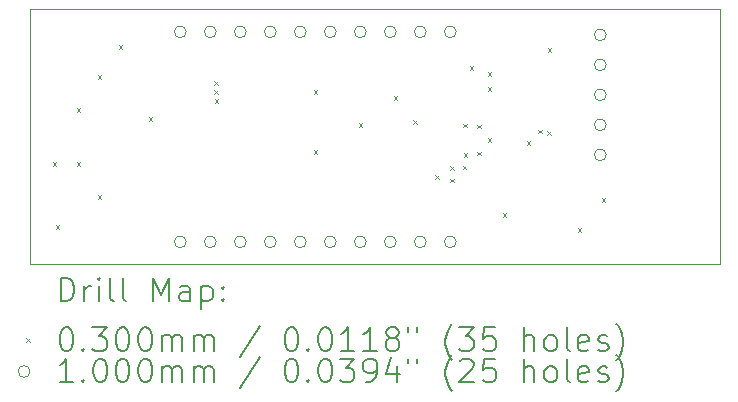
<source format=gbr>
%TF.GenerationSoftware,KiCad,Pcbnew,8.0.3*%
%TF.CreationDate,2024-06-24T13:26:42+02:00*%
%TF.ProjectId,LimbusZero,4c696d62-7573-45a6-9572-6f2e6b696361,v.0.1*%
%TF.SameCoordinates,Original*%
%TF.FileFunction,Drillmap*%
%TF.FilePolarity,Positive*%
%FSLAX45Y45*%
G04 Gerber Fmt 4.5, Leading zero omitted, Abs format (unit mm)*
G04 Created by KiCad (PCBNEW 8.0.3) date 2024-06-24 13:26:42*
%MOMM*%
%LPD*%
G01*
G04 APERTURE LIST*
%ADD10C,0.050000*%
%ADD11C,0.200000*%
%ADD12C,0.100000*%
G04 APERTURE END LIST*
D10*
X8128000Y-6413500D02*
X13970000Y-6413500D01*
X13970000Y-8572500D01*
X8128000Y-8572500D01*
X8128000Y-6413500D01*
D11*
D12*
X8316200Y-7706600D02*
X8346200Y-7736600D01*
X8346200Y-7706600D02*
X8316200Y-7736600D01*
X8341600Y-8240000D02*
X8371600Y-8270000D01*
X8371600Y-8240000D02*
X8341600Y-8270000D01*
X8519400Y-7249400D02*
X8549400Y-7279400D01*
X8549400Y-7249400D02*
X8519400Y-7279400D01*
X8519400Y-7706600D02*
X8549400Y-7736600D01*
X8549400Y-7706600D02*
X8519400Y-7736600D01*
X8697200Y-6970000D02*
X8727200Y-7000000D01*
X8727200Y-6970000D02*
X8697200Y-7000000D01*
X8697200Y-7986000D02*
X8727200Y-8016000D01*
X8727200Y-7986000D02*
X8697200Y-8016000D01*
X8875000Y-6716000D02*
X8905000Y-6746000D01*
X8905000Y-6716000D02*
X8875000Y-6746000D01*
X9129000Y-7325600D02*
X9159000Y-7355600D01*
X9159000Y-7325600D02*
X9129000Y-7355600D01*
X9686400Y-7020800D02*
X9716400Y-7050800D01*
X9716400Y-7020800D02*
X9686400Y-7050800D01*
X9686400Y-7097000D02*
X9716400Y-7127000D01*
X9716400Y-7097000D02*
X9686400Y-7127000D01*
X9687800Y-7173200D02*
X9717800Y-7203200D01*
X9717800Y-7173200D02*
X9687800Y-7203200D01*
X10526000Y-7097000D02*
X10556000Y-7127000D01*
X10556000Y-7097000D02*
X10526000Y-7127000D01*
X10526000Y-7605000D02*
X10556000Y-7635000D01*
X10556000Y-7605000D02*
X10526000Y-7635000D01*
X10907000Y-7376400D02*
X10937000Y-7406400D01*
X10937000Y-7376400D02*
X10907000Y-7406400D01*
X11206031Y-7147800D02*
X11236031Y-7177800D01*
X11236031Y-7147800D02*
X11206031Y-7177800D01*
X11372573Y-7351000D02*
X11402573Y-7381000D01*
X11402573Y-7351000D02*
X11372573Y-7381000D01*
X11557305Y-7818295D02*
X11587305Y-7848295D01*
X11587305Y-7818295D02*
X11557305Y-7848295D01*
X11681700Y-7846300D02*
X11711700Y-7876300D01*
X11711700Y-7846300D02*
X11681700Y-7876300D01*
X11685780Y-7740620D02*
X11715780Y-7770620D01*
X11715780Y-7740620D02*
X11685780Y-7770620D01*
X11790231Y-7737769D02*
X11820231Y-7767769D01*
X11820231Y-7737769D02*
X11790231Y-7767769D01*
X11791673Y-7380726D02*
X11821673Y-7410726D01*
X11821673Y-7380726D02*
X11791673Y-7410726D01*
X11796000Y-7630400D02*
X11826000Y-7660400D01*
X11826000Y-7630400D02*
X11796000Y-7660400D01*
X11846800Y-6893800D02*
X11876800Y-6923800D01*
X11876800Y-6893800D02*
X11846800Y-6923800D01*
X11910300Y-7389100D02*
X11940300Y-7419100D01*
X11940300Y-7389100D02*
X11910300Y-7419100D01*
X11910300Y-7617700D02*
X11940300Y-7647700D01*
X11940300Y-7617700D02*
X11910300Y-7647700D01*
X11999200Y-6944600D02*
X12029200Y-6974600D01*
X12029200Y-6944600D02*
X11999200Y-6974600D01*
X11999200Y-7071600D02*
X12029200Y-7101600D01*
X12029200Y-7071600D02*
X11999200Y-7101600D01*
X11999200Y-7503400D02*
X12029200Y-7533400D01*
X12029200Y-7503400D02*
X11999200Y-7533400D01*
X12126200Y-8138400D02*
X12156200Y-8168400D01*
X12156200Y-8138400D02*
X12126200Y-8168400D01*
X12329400Y-7528800D02*
X12359400Y-7558800D01*
X12359400Y-7528800D02*
X12329400Y-7558800D01*
X12426673Y-7431526D02*
X12456673Y-7461526D01*
X12456673Y-7431526D02*
X12426673Y-7461526D01*
X12505788Y-7443400D02*
X12535788Y-7473400D01*
X12535788Y-7443400D02*
X12505788Y-7473400D01*
X12507200Y-6741400D02*
X12537200Y-6771400D01*
X12537200Y-6741400D02*
X12507200Y-6771400D01*
X12761200Y-8265400D02*
X12791200Y-8295400D01*
X12791200Y-8265400D02*
X12761200Y-8295400D01*
X12964400Y-8011400D02*
X12994400Y-8041400D01*
X12994400Y-8011400D02*
X12964400Y-8041400D01*
X9448000Y-6604000D02*
G75*
G02*
X9348000Y-6604000I-50000J0D01*
G01*
X9348000Y-6604000D02*
G75*
G02*
X9448000Y-6604000I50000J0D01*
G01*
X9448000Y-8382000D02*
G75*
G02*
X9348000Y-8382000I-50000J0D01*
G01*
X9348000Y-8382000D02*
G75*
G02*
X9448000Y-8382000I50000J0D01*
G01*
X9702000Y-6604000D02*
G75*
G02*
X9602000Y-6604000I-50000J0D01*
G01*
X9602000Y-6604000D02*
G75*
G02*
X9702000Y-6604000I50000J0D01*
G01*
X9702000Y-8382000D02*
G75*
G02*
X9602000Y-8382000I-50000J0D01*
G01*
X9602000Y-8382000D02*
G75*
G02*
X9702000Y-8382000I50000J0D01*
G01*
X9956000Y-6604000D02*
G75*
G02*
X9856000Y-6604000I-50000J0D01*
G01*
X9856000Y-6604000D02*
G75*
G02*
X9956000Y-6604000I50000J0D01*
G01*
X9956000Y-8382000D02*
G75*
G02*
X9856000Y-8382000I-50000J0D01*
G01*
X9856000Y-8382000D02*
G75*
G02*
X9956000Y-8382000I50000J0D01*
G01*
X10210000Y-6604000D02*
G75*
G02*
X10110000Y-6604000I-50000J0D01*
G01*
X10110000Y-6604000D02*
G75*
G02*
X10210000Y-6604000I50000J0D01*
G01*
X10210000Y-8382000D02*
G75*
G02*
X10110000Y-8382000I-50000J0D01*
G01*
X10110000Y-8382000D02*
G75*
G02*
X10210000Y-8382000I50000J0D01*
G01*
X10464000Y-6604000D02*
G75*
G02*
X10364000Y-6604000I-50000J0D01*
G01*
X10364000Y-6604000D02*
G75*
G02*
X10464000Y-6604000I50000J0D01*
G01*
X10464000Y-8382000D02*
G75*
G02*
X10364000Y-8382000I-50000J0D01*
G01*
X10364000Y-8382000D02*
G75*
G02*
X10464000Y-8382000I50000J0D01*
G01*
X10718000Y-6604000D02*
G75*
G02*
X10618000Y-6604000I-50000J0D01*
G01*
X10618000Y-6604000D02*
G75*
G02*
X10718000Y-6604000I50000J0D01*
G01*
X10718000Y-8382000D02*
G75*
G02*
X10618000Y-8382000I-50000J0D01*
G01*
X10618000Y-8382000D02*
G75*
G02*
X10718000Y-8382000I50000J0D01*
G01*
X10972000Y-6604000D02*
G75*
G02*
X10872000Y-6604000I-50000J0D01*
G01*
X10872000Y-6604000D02*
G75*
G02*
X10972000Y-6604000I50000J0D01*
G01*
X10972000Y-8382000D02*
G75*
G02*
X10872000Y-8382000I-50000J0D01*
G01*
X10872000Y-8382000D02*
G75*
G02*
X10972000Y-8382000I50000J0D01*
G01*
X11226000Y-6604000D02*
G75*
G02*
X11126000Y-6604000I-50000J0D01*
G01*
X11126000Y-6604000D02*
G75*
G02*
X11226000Y-6604000I50000J0D01*
G01*
X11226000Y-8382000D02*
G75*
G02*
X11126000Y-8382000I-50000J0D01*
G01*
X11126000Y-8382000D02*
G75*
G02*
X11226000Y-8382000I50000J0D01*
G01*
X11480000Y-6604000D02*
G75*
G02*
X11380000Y-6604000I-50000J0D01*
G01*
X11380000Y-6604000D02*
G75*
G02*
X11480000Y-6604000I50000J0D01*
G01*
X11480000Y-8382000D02*
G75*
G02*
X11380000Y-8382000I-50000J0D01*
G01*
X11380000Y-8382000D02*
G75*
G02*
X11480000Y-8382000I50000J0D01*
G01*
X11734000Y-6604000D02*
G75*
G02*
X11634000Y-6604000I-50000J0D01*
G01*
X11634000Y-6604000D02*
G75*
G02*
X11734000Y-6604000I50000J0D01*
G01*
X11734000Y-8382000D02*
G75*
G02*
X11634000Y-8382000I-50000J0D01*
G01*
X11634000Y-8382000D02*
G75*
G02*
X11734000Y-8382000I50000J0D01*
G01*
X13004000Y-6629400D02*
G75*
G02*
X12904000Y-6629400I-50000J0D01*
G01*
X12904000Y-6629400D02*
G75*
G02*
X13004000Y-6629400I50000J0D01*
G01*
X13004000Y-6883400D02*
G75*
G02*
X12904000Y-6883400I-50000J0D01*
G01*
X12904000Y-6883400D02*
G75*
G02*
X13004000Y-6883400I50000J0D01*
G01*
X13004000Y-7137400D02*
G75*
G02*
X12904000Y-7137400I-50000J0D01*
G01*
X12904000Y-7137400D02*
G75*
G02*
X13004000Y-7137400I50000J0D01*
G01*
X13004000Y-7391400D02*
G75*
G02*
X12904000Y-7391400I-50000J0D01*
G01*
X12904000Y-7391400D02*
G75*
G02*
X13004000Y-7391400I50000J0D01*
G01*
X13004000Y-7645400D02*
G75*
G02*
X12904000Y-7645400I-50000J0D01*
G01*
X12904000Y-7645400D02*
G75*
G02*
X13004000Y-7645400I50000J0D01*
G01*
D11*
X8386277Y-8886484D02*
X8386277Y-8686484D01*
X8386277Y-8686484D02*
X8433896Y-8686484D01*
X8433896Y-8686484D02*
X8462467Y-8696008D01*
X8462467Y-8696008D02*
X8481515Y-8715055D01*
X8481515Y-8715055D02*
X8491039Y-8734103D01*
X8491039Y-8734103D02*
X8500563Y-8772198D01*
X8500563Y-8772198D02*
X8500563Y-8800770D01*
X8500563Y-8800770D02*
X8491039Y-8838865D01*
X8491039Y-8838865D02*
X8481515Y-8857912D01*
X8481515Y-8857912D02*
X8462467Y-8876960D01*
X8462467Y-8876960D02*
X8433896Y-8886484D01*
X8433896Y-8886484D02*
X8386277Y-8886484D01*
X8586277Y-8886484D02*
X8586277Y-8753150D01*
X8586277Y-8791246D02*
X8595801Y-8772198D01*
X8595801Y-8772198D02*
X8605324Y-8762674D01*
X8605324Y-8762674D02*
X8624372Y-8753150D01*
X8624372Y-8753150D02*
X8643420Y-8753150D01*
X8710086Y-8886484D02*
X8710086Y-8753150D01*
X8710086Y-8686484D02*
X8700563Y-8696008D01*
X8700563Y-8696008D02*
X8710086Y-8705531D01*
X8710086Y-8705531D02*
X8719610Y-8696008D01*
X8719610Y-8696008D02*
X8710086Y-8686484D01*
X8710086Y-8686484D02*
X8710086Y-8705531D01*
X8833896Y-8886484D02*
X8814848Y-8876960D01*
X8814848Y-8876960D02*
X8805324Y-8857912D01*
X8805324Y-8857912D02*
X8805324Y-8686484D01*
X8938658Y-8886484D02*
X8919610Y-8876960D01*
X8919610Y-8876960D02*
X8910086Y-8857912D01*
X8910086Y-8857912D02*
X8910086Y-8686484D01*
X9167229Y-8886484D02*
X9167229Y-8686484D01*
X9167229Y-8686484D02*
X9233896Y-8829341D01*
X9233896Y-8829341D02*
X9300563Y-8686484D01*
X9300563Y-8686484D02*
X9300563Y-8886484D01*
X9481515Y-8886484D02*
X9481515Y-8781722D01*
X9481515Y-8781722D02*
X9471991Y-8762674D01*
X9471991Y-8762674D02*
X9452944Y-8753150D01*
X9452944Y-8753150D02*
X9414848Y-8753150D01*
X9414848Y-8753150D02*
X9395801Y-8762674D01*
X9481515Y-8876960D02*
X9462467Y-8886484D01*
X9462467Y-8886484D02*
X9414848Y-8886484D01*
X9414848Y-8886484D02*
X9395801Y-8876960D01*
X9395801Y-8876960D02*
X9386277Y-8857912D01*
X9386277Y-8857912D02*
X9386277Y-8838865D01*
X9386277Y-8838865D02*
X9395801Y-8819817D01*
X9395801Y-8819817D02*
X9414848Y-8810293D01*
X9414848Y-8810293D02*
X9462467Y-8810293D01*
X9462467Y-8810293D02*
X9481515Y-8800770D01*
X9576753Y-8753150D02*
X9576753Y-8953150D01*
X9576753Y-8762674D02*
X9595801Y-8753150D01*
X9595801Y-8753150D02*
X9633896Y-8753150D01*
X9633896Y-8753150D02*
X9652944Y-8762674D01*
X9652944Y-8762674D02*
X9662467Y-8772198D01*
X9662467Y-8772198D02*
X9671991Y-8791246D01*
X9671991Y-8791246D02*
X9671991Y-8848389D01*
X9671991Y-8848389D02*
X9662467Y-8867436D01*
X9662467Y-8867436D02*
X9652944Y-8876960D01*
X9652944Y-8876960D02*
X9633896Y-8886484D01*
X9633896Y-8886484D02*
X9595801Y-8886484D01*
X9595801Y-8886484D02*
X9576753Y-8876960D01*
X9757705Y-8867436D02*
X9767229Y-8876960D01*
X9767229Y-8876960D02*
X9757705Y-8886484D01*
X9757705Y-8886484D02*
X9748182Y-8876960D01*
X9748182Y-8876960D02*
X9757705Y-8867436D01*
X9757705Y-8867436D02*
X9757705Y-8886484D01*
X9757705Y-8762674D02*
X9767229Y-8772198D01*
X9767229Y-8772198D02*
X9757705Y-8781722D01*
X9757705Y-8781722D02*
X9748182Y-8772198D01*
X9748182Y-8772198D02*
X9757705Y-8762674D01*
X9757705Y-8762674D02*
X9757705Y-8781722D01*
D12*
X8095500Y-9200000D02*
X8125500Y-9230000D01*
X8125500Y-9200000D02*
X8095500Y-9230000D01*
D11*
X8424372Y-9106484D02*
X8443420Y-9106484D01*
X8443420Y-9106484D02*
X8462467Y-9116008D01*
X8462467Y-9116008D02*
X8471991Y-9125531D01*
X8471991Y-9125531D02*
X8481515Y-9144579D01*
X8481515Y-9144579D02*
X8491039Y-9182674D01*
X8491039Y-9182674D02*
X8491039Y-9230293D01*
X8491039Y-9230293D02*
X8481515Y-9268389D01*
X8481515Y-9268389D02*
X8471991Y-9287436D01*
X8471991Y-9287436D02*
X8462467Y-9296960D01*
X8462467Y-9296960D02*
X8443420Y-9306484D01*
X8443420Y-9306484D02*
X8424372Y-9306484D01*
X8424372Y-9306484D02*
X8405324Y-9296960D01*
X8405324Y-9296960D02*
X8395801Y-9287436D01*
X8395801Y-9287436D02*
X8386277Y-9268389D01*
X8386277Y-9268389D02*
X8376753Y-9230293D01*
X8376753Y-9230293D02*
X8376753Y-9182674D01*
X8376753Y-9182674D02*
X8386277Y-9144579D01*
X8386277Y-9144579D02*
X8395801Y-9125531D01*
X8395801Y-9125531D02*
X8405324Y-9116008D01*
X8405324Y-9116008D02*
X8424372Y-9106484D01*
X8576753Y-9287436D02*
X8586277Y-9296960D01*
X8586277Y-9296960D02*
X8576753Y-9306484D01*
X8576753Y-9306484D02*
X8567229Y-9296960D01*
X8567229Y-9296960D02*
X8576753Y-9287436D01*
X8576753Y-9287436D02*
X8576753Y-9306484D01*
X8652944Y-9106484D02*
X8776753Y-9106484D01*
X8776753Y-9106484D02*
X8710086Y-9182674D01*
X8710086Y-9182674D02*
X8738658Y-9182674D01*
X8738658Y-9182674D02*
X8757705Y-9192198D01*
X8757705Y-9192198D02*
X8767229Y-9201722D01*
X8767229Y-9201722D02*
X8776753Y-9220770D01*
X8776753Y-9220770D02*
X8776753Y-9268389D01*
X8776753Y-9268389D02*
X8767229Y-9287436D01*
X8767229Y-9287436D02*
X8757705Y-9296960D01*
X8757705Y-9296960D02*
X8738658Y-9306484D01*
X8738658Y-9306484D02*
X8681515Y-9306484D01*
X8681515Y-9306484D02*
X8662467Y-9296960D01*
X8662467Y-9296960D02*
X8652944Y-9287436D01*
X8900563Y-9106484D02*
X8919610Y-9106484D01*
X8919610Y-9106484D02*
X8938658Y-9116008D01*
X8938658Y-9116008D02*
X8948182Y-9125531D01*
X8948182Y-9125531D02*
X8957705Y-9144579D01*
X8957705Y-9144579D02*
X8967229Y-9182674D01*
X8967229Y-9182674D02*
X8967229Y-9230293D01*
X8967229Y-9230293D02*
X8957705Y-9268389D01*
X8957705Y-9268389D02*
X8948182Y-9287436D01*
X8948182Y-9287436D02*
X8938658Y-9296960D01*
X8938658Y-9296960D02*
X8919610Y-9306484D01*
X8919610Y-9306484D02*
X8900563Y-9306484D01*
X8900563Y-9306484D02*
X8881515Y-9296960D01*
X8881515Y-9296960D02*
X8871991Y-9287436D01*
X8871991Y-9287436D02*
X8862467Y-9268389D01*
X8862467Y-9268389D02*
X8852944Y-9230293D01*
X8852944Y-9230293D02*
X8852944Y-9182674D01*
X8852944Y-9182674D02*
X8862467Y-9144579D01*
X8862467Y-9144579D02*
X8871991Y-9125531D01*
X8871991Y-9125531D02*
X8881515Y-9116008D01*
X8881515Y-9116008D02*
X8900563Y-9106484D01*
X9091039Y-9106484D02*
X9110086Y-9106484D01*
X9110086Y-9106484D02*
X9129134Y-9116008D01*
X9129134Y-9116008D02*
X9138658Y-9125531D01*
X9138658Y-9125531D02*
X9148182Y-9144579D01*
X9148182Y-9144579D02*
X9157705Y-9182674D01*
X9157705Y-9182674D02*
X9157705Y-9230293D01*
X9157705Y-9230293D02*
X9148182Y-9268389D01*
X9148182Y-9268389D02*
X9138658Y-9287436D01*
X9138658Y-9287436D02*
X9129134Y-9296960D01*
X9129134Y-9296960D02*
X9110086Y-9306484D01*
X9110086Y-9306484D02*
X9091039Y-9306484D01*
X9091039Y-9306484D02*
X9071991Y-9296960D01*
X9071991Y-9296960D02*
X9062467Y-9287436D01*
X9062467Y-9287436D02*
X9052944Y-9268389D01*
X9052944Y-9268389D02*
X9043420Y-9230293D01*
X9043420Y-9230293D02*
X9043420Y-9182674D01*
X9043420Y-9182674D02*
X9052944Y-9144579D01*
X9052944Y-9144579D02*
X9062467Y-9125531D01*
X9062467Y-9125531D02*
X9071991Y-9116008D01*
X9071991Y-9116008D02*
X9091039Y-9106484D01*
X9243420Y-9306484D02*
X9243420Y-9173150D01*
X9243420Y-9192198D02*
X9252944Y-9182674D01*
X9252944Y-9182674D02*
X9271991Y-9173150D01*
X9271991Y-9173150D02*
X9300563Y-9173150D01*
X9300563Y-9173150D02*
X9319610Y-9182674D01*
X9319610Y-9182674D02*
X9329134Y-9201722D01*
X9329134Y-9201722D02*
X9329134Y-9306484D01*
X9329134Y-9201722D02*
X9338658Y-9182674D01*
X9338658Y-9182674D02*
X9357705Y-9173150D01*
X9357705Y-9173150D02*
X9386277Y-9173150D01*
X9386277Y-9173150D02*
X9405325Y-9182674D01*
X9405325Y-9182674D02*
X9414848Y-9201722D01*
X9414848Y-9201722D02*
X9414848Y-9306484D01*
X9510086Y-9306484D02*
X9510086Y-9173150D01*
X9510086Y-9192198D02*
X9519610Y-9182674D01*
X9519610Y-9182674D02*
X9538658Y-9173150D01*
X9538658Y-9173150D02*
X9567229Y-9173150D01*
X9567229Y-9173150D02*
X9586277Y-9182674D01*
X9586277Y-9182674D02*
X9595801Y-9201722D01*
X9595801Y-9201722D02*
X9595801Y-9306484D01*
X9595801Y-9201722D02*
X9605325Y-9182674D01*
X9605325Y-9182674D02*
X9624372Y-9173150D01*
X9624372Y-9173150D02*
X9652944Y-9173150D01*
X9652944Y-9173150D02*
X9671991Y-9182674D01*
X9671991Y-9182674D02*
X9681515Y-9201722D01*
X9681515Y-9201722D02*
X9681515Y-9306484D01*
X10071991Y-9096960D02*
X9900563Y-9354103D01*
X10329134Y-9106484D02*
X10348182Y-9106484D01*
X10348182Y-9106484D02*
X10367229Y-9116008D01*
X10367229Y-9116008D02*
X10376753Y-9125531D01*
X10376753Y-9125531D02*
X10386277Y-9144579D01*
X10386277Y-9144579D02*
X10395801Y-9182674D01*
X10395801Y-9182674D02*
X10395801Y-9230293D01*
X10395801Y-9230293D02*
X10386277Y-9268389D01*
X10386277Y-9268389D02*
X10376753Y-9287436D01*
X10376753Y-9287436D02*
X10367229Y-9296960D01*
X10367229Y-9296960D02*
X10348182Y-9306484D01*
X10348182Y-9306484D02*
X10329134Y-9306484D01*
X10329134Y-9306484D02*
X10310087Y-9296960D01*
X10310087Y-9296960D02*
X10300563Y-9287436D01*
X10300563Y-9287436D02*
X10291039Y-9268389D01*
X10291039Y-9268389D02*
X10281515Y-9230293D01*
X10281515Y-9230293D02*
X10281515Y-9182674D01*
X10281515Y-9182674D02*
X10291039Y-9144579D01*
X10291039Y-9144579D02*
X10300563Y-9125531D01*
X10300563Y-9125531D02*
X10310087Y-9116008D01*
X10310087Y-9116008D02*
X10329134Y-9106484D01*
X10481515Y-9287436D02*
X10491039Y-9296960D01*
X10491039Y-9296960D02*
X10481515Y-9306484D01*
X10481515Y-9306484D02*
X10471991Y-9296960D01*
X10471991Y-9296960D02*
X10481515Y-9287436D01*
X10481515Y-9287436D02*
X10481515Y-9306484D01*
X10614848Y-9106484D02*
X10633896Y-9106484D01*
X10633896Y-9106484D02*
X10652944Y-9116008D01*
X10652944Y-9116008D02*
X10662468Y-9125531D01*
X10662468Y-9125531D02*
X10671991Y-9144579D01*
X10671991Y-9144579D02*
X10681515Y-9182674D01*
X10681515Y-9182674D02*
X10681515Y-9230293D01*
X10681515Y-9230293D02*
X10671991Y-9268389D01*
X10671991Y-9268389D02*
X10662468Y-9287436D01*
X10662468Y-9287436D02*
X10652944Y-9296960D01*
X10652944Y-9296960D02*
X10633896Y-9306484D01*
X10633896Y-9306484D02*
X10614848Y-9306484D01*
X10614848Y-9306484D02*
X10595801Y-9296960D01*
X10595801Y-9296960D02*
X10586277Y-9287436D01*
X10586277Y-9287436D02*
X10576753Y-9268389D01*
X10576753Y-9268389D02*
X10567229Y-9230293D01*
X10567229Y-9230293D02*
X10567229Y-9182674D01*
X10567229Y-9182674D02*
X10576753Y-9144579D01*
X10576753Y-9144579D02*
X10586277Y-9125531D01*
X10586277Y-9125531D02*
X10595801Y-9116008D01*
X10595801Y-9116008D02*
X10614848Y-9106484D01*
X10871991Y-9306484D02*
X10757706Y-9306484D01*
X10814848Y-9306484D02*
X10814848Y-9106484D01*
X10814848Y-9106484D02*
X10795801Y-9135055D01*
X10795801Y-9135055D02*
X10776753Y-9154103D01*
X10776753Y-9154103D02*
X10757706Y-9163627D01*
X11062468Y-9306484D02*
X10948182Y-9306484D01*
X11005325Y-9306484D02*
X11005325Y-9106484D01*
X11005325Y-9106484D02*
X10986277Y-9135055D01*
X10986277Y-9135055D02*
X10967229Y-9154103D01*
X10967229Y-9154103D02*
X10948182Y-9163627D01*
X11176753Y-9192198D02*
X11157706Y-9182674D01*
X11157706Y-9182674D02*
X11148182Y-9173150D01*
X11148182Y-9173150D02*
X11138658Y-9154103D01*
X11138658Y-9154103D02*
X11138658Y-9144579D01*
X11138658Y-9144579D02*
X11148182Y-9125531D01*
X11148182Y-9125531D02*
X11157706Y-9116008D01*
X11157706Y-9116008D02*
X11176753Y-9106484D01*
X11176753Y-9106484D02*
X11214848Y-9106484D01*
X11214848Y-9106484D02*
X11233896Y-9116008D01*
X11233896Y-9116008D02*
X11243420Y-9125531D01*
X11243420Y-9125531D02*
X11252944Y-9144579D01*
X11252944Y-9144579D02*
X11252944Y-9154103D01*
X11252944Y-9154103D02*
X11243420Y-9173150D01*
X11243420Y-9173150D02*
X11233896Y-9182674D01*
X11233896Y-9182674D02*
X11214848Y-9192198D01*
X11214848Y-9192198D02*
X11176753Y-9192198D01*
X11176753Y-9192198D02*
X11157706Y-9201722D01*
X11157706Y-9201722D02*
X11148182Y-9211246D01*
X11148182Y-9211246D02*
X11138658Y-9230293D01*
X11138658Y-9230293D02*
X11138658Y-9268389D01*
X11138658Y-9268389D02*
X11148182Y-9287436D01*
X11148182Y-9287436D02*
X11157706Y-9296960D01*
X11157706Y-9296960D02*
X11176753Y-9306484D01*
X11176753Y-9306484D02*
X11214848Y-9306484D01*
X11214848Y-9306484D02*
X11233896Y-9296960D01*
X11233896Y-9296960D02*
X11243420Y-9287436D01*
X11243420Y-9287436D02*
X11252944Y-9268389D01*
X11252944Y-9268389D02*
X11252944Y-9230293D01*
X11252944Y-9230293D02*
X11243420Y-9211246D01*
X11243420Y-9211246D02*
X11233896Y-9201722D01*
X11233896Y-9201722D02*
X11214848Y-9192198D01*
X11329134Y-9106484D02*
X11329134Y-9144579D01*
X11405325Y-9106484D02*
X11405325Y-9144579D01*
X11700563Y-9382674D02*
X11691039Y-9373150D01*
X11691039Y-9373150D02*
X11671991Y-9344579D01*
X11671991Y-9344579D02*
X11662468Y-9325531D01*
X11662468Y-9325531D02*
X11652944Y-9296960D01*
X11652944Y-9296960D02*
X11643420Y-9249341D01*
X11643420Y-9249341D02*
X11643420Y-9211246D01*
X11643420Y-9211246D02*
X11652944Y-9163627D01*
X11652944Y-9163627D02*
X11662468Y-9135055D01*
X11662468Y-9135055D02*
X11671991Y-9116008D01*
X11671991Y-9116008D02*
X11691039Y-9087436D01*
X11691039Y-9087436D02*
X11700563Y-9077912D01*
X11757706Y-9106484D02*
X11881515Y-9106484D01*
X11881515Y-9106484D02*
X11814848Y-9182674D01*
X11814848Y-9182674D02*
X11843420Y-9182674D01*
X11843420Y-9182674D02*
X11862468Y-9192198D01*
X11862468Y-9192198D02*
X11871991Y-9201722D01*
X11871991Y-9201722D02*
X11881515Y-9220770D01*
X11881515Y-9220770D02*
X11881515Y-9268389D01*
X11881515Y-9268389D02*
X11871991Y-9287436D01*
X11871991Y-9287436D02*
X11862468Y-9296960D01*
X11862468Y-9296960D02*
X11843420Y-9306484D01*
X11843420Y-9306484D02*
X11786277Y-9306484D01*
X11786277Y-9306484D02*
X11767229Y-9296960D01*
X11767229Y-9296960D02*
X11757706Y-9287436D01*
X12062468Y-9106484D02*
X11967229Y-9106484D01*
X11967229Y-9106484D02*
X11957706Y-9201722D01*
X11957706Y-9201722D02*
X11967229Y-9192198D01*
X11967229Y-9192198D02*
X11986277Y-9182674D01*
X11986277Y-9182674D02*
X12033896Y-9182674D01*
X12033896Y-9182674D02*
X12052944Y-9192198D01*
X12052944Y-9192198D02*
X12062468Y-9201722D01*
X12062468Y-9201722D02*
X12071991Y-9220770D01*
X12071991Y-9220770D02*
X12071991Y-9268389D01*
X12071991Y-9268389D02*
X12062468Y-9287436D01*
X12062468Y-9287436D02*
X12052944Y-9296960D01*
X12052944Y-9296960D02*
X12033896Y-9306484D01*
X12033896Y-9306484D02*
X11986277Y-9306484D01*
X11986277Y-9306484D02*
X11967229Y-9296960D01*
X11967229Y-9296960D02*
X11957706Y-9287436D01*
X12310087Y-9306484D02*
X12310087Y-9106484D01*
X12395801Y-9306484D02*
X12395801Y-9201722D01*
X12395801Y-9201722D02*
X12386277Y-9182674D01*
X12386277Y-9182674D02*
X12367230Y-9173150D01*
X12367230Y-9173150D02*
X12338658Y-9173150D01*
X12338658Y-9173150D02*
X12319610Y-9182674D01*
X12319610Y-9182674D02*
X12310087Y-9192198D01*
X12519610Y-9306484D02*
X12500563Y-9296960D01*
X12500563Y-9296960D02*
X12491039Y-9287436D01*
X12491039Y-9287436D02*
X12481515Y-9268389D01*
X12481515Y-9268389D02*
X12481515Y-9211246D01*
X12481515Y-9211246D02*
X12491039Y-9192198D01*
X12491039Y-9192198D02*
X12500563Y-9182674D01*
X12500563Y-9182674D02*
X12519610Y-9173150D01*
X12519610Y-9173150D02*
X12548182Y-9173150D01*
X12548182Y-9173150D02*
X12567230Y-9182674D01*
X12567230Y-9182674D02*
X12576753Y-9192198D01*
X12576753Y-9192198D02*
X12586277Y-9211246D01*
X12586277Y-9211246D02*
X12586277Y-9268389D01*
X12586277Y-9268389D02*
X12576753Y-9287436D01*
X12576753Y-9287436D02*
X12567230Y-9296960D01*
X12567230Y-9296960D02*
X12548182Y-9306484D01*
X12548182Y-9306484D02*
X12519610Y-9306484D01*
X12700563Y-9306484D02*
X12681515Y-9296960D01*
X12681515Y-9296960D02*
X12671991Y-9277912D01*
X12671991Y-9277912D02*
X12671991Y-9106484D01*
X12852944Y-9296960D02*
X12833896Y-9306484D01*
X12833896Y-9306484D02*
X12795801Y-9306484D01*
X12795801Y-9306484D02*
X12776753Y-9296960D01*
X12776753Y-9296960D02*
X12767230Y-9277912D01*
X12767230Y-9277912D02*
X12767230Y-9201722D01*
X12767230Y-9201722D02*
X12776753Y-9182674D01*
X12776753Y-9182674D02*
X12795801Y-9173150D01*
X12795801Y-9173150D02*
X12833896Y-9173150D01*
X12833896Y-9173150D02*
X12852944Y-9182674D01*
X12852944Y-9182674D02*
X12862468Y-9201722D01*
X12862468Y-9201722D02*
X12862468Y-9220770D01*
X12862468Y-9220770D02*
X12767230Y-9239817D01*
X12938658Y-9296960D02*
X12957706Y-9306484D01*
X12957706Y-9306484D02*
X12995801Y-9306484D01*
X12995801Y-9306484D02*
X13014849Y-9296960D01*
X13014849Y-9296960D02*
X13024372Y-9277912D01*
X13024372Y-9277912D02*
X13024372Y-9268389D01*
X13024372Y-9268389D02*
X13014849Y-9249341D01*
X13014849Y-9249341D02*
X12995801Y-9239817D01*
X12995801Y-9239817D02*
X12967230Y-9239817D01*
X12967230Y-9239817D02*
X12948182Y-9230293D01*
X12948182Y-9230293D02*
X12938658Y-9211246D01*
X12938658Y-9211246D02*
X12938658Y-9201722D01*
X12938658Y-9201722D02*
X12948182Y-9182674D01*
X12948182Y-9182674D02*
X12967230Y-9173150D01*
X12967230Y-9173150D02*
X12995801Y-9173150D01*
X12995801Y-9173150D02*
X13014849Y-9182674D01*
X13091039Y-9382674D02*
X13100563Y-9373150D01*
X13100563Y-9373150D02*
X13119611Y-9344579D01*
X13119611Y-9344579D02*
X13129134Y-9325531D01*
X13129134Y-9325531D02*
X13138658Y-9296960D01*
X13138658Y-9296960D02*
X13148182Y-9249341D01*
X13148182Y-9249341D02*
X13148182Y-9211246D01*
X13148182Y-9211246D02*
X13138658Y-9163627D01*
X13138658Y-9163627D02*
X13129134Y-9135055D01*
X13129134Y-9135055D02*
X13119611Y-9116008D01*
X13119611Y-9116008D02*
X13100563Y-9087436D01*
X13100563Y-9087436D02*
X13091039Y-9077912D01*
D12*
X8125500Y-9479000D02*
G75*
G02*
X8025500Y-9479000I-50000J0D01*
G01*
X8025500Y-9479000D02*
G75*
G02*
X8125500Y-9479000I50000J0D01*
G01*
D11*
X8491039Y-9570484D02*
X8376753Y-9570484D01*
X8433896Y-9570484D02*
X8433896Y-9370484D01*
X8433896Y-9370484D02*
X8414848Y-9399055D01*
X8414848Y-9399055D02*
X8395801Y-9418103D01*
X8395801Y-9418103D02*
X8376753Y-9427627D01*
X8576753Y-9551436D02*
X8586277Y-9560960D01*
X8586277Y-9560960D02*
X8576753Y-9570484D01*
X8576753Y-9570484D02*
X8567229Y-9560960D01*
X8567229Y-9560960D02*
X8576753Y-9551436D01*
X8576753Y-9551436D02*
X8576753Y-9570484D01*
X8710086Y-9370484D02*
X8729134Y-9370484D01*
X8729134Y-9370484D02*
X8748182Y-9380008D01*
X8748182Y-9380008D02*
X8757705Y-9389531D01*
X8757705Y-9389531D02*
X8767229Y-9408579D01*
X8767229Y-9408579D02*
X8776753Y-9446674D01*
X8776753Y-9446674D02*
X8776753Y-9494293D01*
X8776753Y-9494293D02*
X8767229Y-9532389D01*
X8767229Y-9532389D02*
X8757705Y-9551436D01*
X8757705Y-9551436D02*
X8748182Y-9560960D01*
X8748182Y-9560960D02*
X8729134Y-9570484D01*
X8729134Y-9570484D02*
X8710086Y-9570484D01*
X8710086Y-9570484D02*
X8691039Y-9560960D01*
X8691039Y-9560960D02*
X8681515Y-9551436D01*
X8681515Y-9551436D02*
X8671991Y-9532389D01*
X8671991Y-9532389D02*
X8662467Y-9494293D01*
X8662467Y-9494293D02*
X8662467Y-9446674D01*
X8662467Y-9446674D02*
X8671991Y-9408579D01*
X8671991Y-9408579D02*
X8681515Y-9389531D01*
X8681515Y-9389531D02*
X8691039Y-9380008D01*
X8691039Y-9380008D02*
X8710086Y-9370484D01*
X8900563Y-9370484D02*
X8919610Y-9370484D01*
X8919610Y-9370484D02*
X8938658Y-9380008D01*
X8938658Y-9380008D02*
X8948182Y-9389531D01*
X8948182Y-9389531D02*
X8957705Y-9408579D01*
X8957705Y-9408579D02*
X8967229Y-9446674D01*
X8967229Y-9446674D02*
X8967229Y-9494293D01*
X8967229Y-9494293D02*
X8957705Y-9532389D01*
X8957705Y-9532389D02*
X8948182Y-9551436D01*
X8948182Y-9551436D02*
X8938658Y-9560960D01*
X8938658Y-9560960D02*
X8919610Y-9570484D01*
X8919610Y-9570484D02*
X8900563Y-9570484D01*
X8900563Y-9570484D02*
X8881515Y-9560960D01*
X8881515Y-9560960D02*
X8871991Y-9551436D01*
X8871991Y-9551436D02*
X8862467Y-9532389D01*
X8862467Y-9532389D02*
X8852944Y-9494293D01*
X8852944Y-9494293D02*
X8852944Y-9446674D01*
X8852944Y-9446674D02*
X8862467Y-9408579D01*
X8862467Y-9408579D02*
X8871991Y-9389531D01*
X8871991Y-9389531D02*
X8881515Y-9380008D01*
X8881515Y-9380008D02*
X8900563Y-9370484D01*
X9091039Y-9370484D02*
X9110086Y-9370484D01*
X9110086Y-9370484D02*
X9129134Y-9380008D01*
X9129134Y-9380008D02*
X9138658Y-9389531D01*
X9138658Y-9389531D02*
X9148182Y-9408579D01*
X9148182Y-9408579D02*
X9157705Y-9446674D01*
X9157705Y-9446674D02*
X9157705Y-9494293D01*
X9157705Y-9494293D02*
X9148182Y-9532389D01*
X9148182Y-9532389D02*
X9138658Y-9551436D01*
X9138658Y-9551436D02*
X9129134Y-9560960D01*
X9129134Y-9560960D02*
X9110086Y-9570484D01*
X9110086Y-9570484D02*
X9091039Y-9570484D01*
X9091039Y-9570484D02*
X9071991Y-9560960D01*
X9071991Y-9560960D02*
X9062467Y-9551436D01*
X9062467Y-9551436D02*
X9052944Y-9532389D01*
X9052944Y-9532389D02*
X9043420Y-9494293D01*
X9043420Y-9494293D02*
X9043420Y-9446674D01*
X9043420Y-9446674D02*
X9052944Y-9408579D01*
X9052944Y-9408579D02*
X9062467Y-9389531D01*
X9062467Y-9389531D02*
X9071991Y-9380008D01*
X9071991Y-9380008D02*
X9091039Y-9370484D01*
X9243420Y-9570484D02*
X9243420Y-9437150D01*
X9243420Y-9456198D02*
X9252944Y-9446674D01*
X9252944Y-9446674D02*
X9271991Y-9437150D01*
X9271991Y-9437150D02*
X9300563Y-9437150D01*
X9300563Y-9437150D02*
X9319610Y-9446674D01*
X9319610Y-9446674D02*
X9329134Y-9465722D01*
X9329134Y-9465722D02*
X9329134Y-9570484D01*
X9329134Y-9465722D02*
X9338658Y-9446674D01*
X9338658Y-9446674D02*
X9357705Y-9437150D01*
X9357705Y-9437150D02*
X9386277Y-9437150D01*
X9386277Y-9437150D02*
X9405325Y-9446674D01*
X9405325Y-9446674D02*
X9414848Y-9465722D01*
X9414848Y-9465722D02*
X9414848Y-9570484D01*
X9510086Y-9570484D02*
X9510086Y-9437150D01*
X9510086Y-9456198D02*
X9519610Y-9446674D01*
X9519610Y-9446674D02*
X9538658Y-9437150D01*
X9538658Y-9437150D02*
X9567229Y-9437150D01*
X9567229Y-9437150D02*
X9586277Y-9446674D01*
X9586277Y-9446674D02*
X9595801Y-9465722D01*
X9595801Y-9465722D02*
X9595801Y-9570484D01*
X9595801Y-9465722D02*
X9605325Y-9446674D01*
X9605325Y-9446674D02*
X9624372Y-9437150D01*
X9624372Y-9437150D02*
X9652944Y-9437150D01*
X9652944Y-9437150D02*
X9671991Y-9446674D01*
X9671991Y-9446674D02*
X9681515Y-9465722D01*
X9681515Y-9465722D02*
X9681515Y-9570484D01*
X10071991Y-9360960D02*
X9900563Y-9618103D01*
X10329134Y-9370484D02*
X10348182Y-9370484D01*
X10348182Y-9370484D02*
X10367229Y-9380008D01*
X10367229Y-9380008D02*
X10376753Y-9389531D01*
X10376753Y-9389531D02*
X10386277Y-9408579D01*
X10386277Y-9408579D02*
X10395801Y-9446674D01*
X10395801Y-9446674D02*
X10395801Y-9494293D01*
X10395801Y-9494293D02*
X10386277Y-9532389D01*
X10386277Y-9532389D02*
X10376753Y-9551436D01*
X10376753Y-9551436D02*
X10367229Y-9560960D01*
X10367229Y-9560960D02*
X10348182Y-9570484D01*
X10348182Y-9570484D02*
X10329134Y-9570484D01*
X10329134Y-9570484D02*
X10310087Y-9560960D01*
X10310087Y-9560960D02*
X10300563Y-9551436D01*
X10300563Y-9551436D02*
X10291039Y-9532389D01*
X10291039Y-9532389D02*
X10281515Y-9494293D01*
X10281515Y-9494293D02*
X10281515Y-9446674D01*
X10281515Y-9446674D02*
X10291039Y-9408579D01*
X10291039Y-9408579D02*
X10300563Y-9389531D01*
X10300563Y-9389531D02*
X10310087Y-9380008D01*
X10310087Y-9380008D02*
X10329134Y-9370484D01*
X10481515Y-9551436D02*
X10491039Y-9560960D01*
X10491039Y-9560960D02*
X10481515Y-9570484D01*
X10481515Y-9570484D02*
X10471991Y-9560960D01*
X10471991Y-9560960D02*
X10481515Y-9551436D01*
X10481515Y-9551436D02*
X10481515Y-9570484D01*
X10614848Y-9370484D02*
X10633896Y-9370484D01*
X10633896Y-9370484D02*
X10652944Y-9380008D01*
X10652944Y-9380008D02*
X10662468Y-9389531D01*
X10662468Y-9389531D02*
X10671991Y-9408579D01*
X10671991Y-9408579D02*
X10681515Y-9446674D01*
X10681515Y-9446674D02*
X10681515Y-9494293D01*
X10681515Y-9494293D02*
X10671991Y-9532389D01*
X10671991Y-9532389D02*
X10662468Y-9551436D01*
X10662468Y-9551436D02*
X10652944Y-9560960D01*
X10652944Y-9560960D02*
X10633896Y-9570484D01*
X10633896Y-9570484D02*
X10614848Y-9570484D01*
X10614848Y-9570484D02*
X10595801Y-9560960D01*
X10595801Y-9560960D02*
X10586277Y-9551436D01*
X10586277Y-9551436D02*
X10576753Y-9532389D01*
X10576753Y-9532389D02*
X10567229Y-9494293D01*
X10567229Y-9494293D02*
X10567229Y-9446674D01*
X10567229Y-9446674D02*
X10576753Y-9408579D01*
X10576753Y-9408579D02*
X10586277Y-9389531D01*
X10586277Y-9389531D02*
X10595801Y-9380008D01*
X10595801Y-9380008D02*
X10614848Y-9370484D01*
X10748182Y-9370484D02*
X10871991Y-9370484D01*
X10871991Y-9370484D02*
X10805325Y-9446674D01*
X10805325Y-9446674D02*
X10833896Y-9446674D01*
X10833896Y-9446674D02*
X10852944Y-9456198D01*
X10852944Y-9456198D02*
X10862468Y-9465722D01*
X10862468Y-9465722D02*
X10871991Y-9484770D01*
X10871991Y-9484770D02*
X10871991Y-9532389D01*
X10871991Y-9532389D02*
X10862468Y-9551436D01*
X10862468Y-9551436D02*
X10852944Y-9560960D01*
X10852944Y-9560960D02*
X10833896Y-9570484D01*
X10833896Y-9570484D02*
X10776753Y-9570484D01*
X10776753Y-9570484D02*
X10757706Y-9560960D01*
X10757706Y-9560960D02*
X10748182Y-9551436D01*
X10967229Y-9570484D02*
X11005325Y-9570484D01*
X11005325Y-9570484D02*
X11024372Y-9560960D01*
X11024372Y-9560960D02*
X11033896Y-9551436D01*
X11033896Y-9551436D02*
X11052944Y-9522865D01*
X11052944Y-9522865D02*
X11062468Y-9484770D01*
X11062468Y-9484770D02*
X11062468Y-9408579D01*
X11062468Y-9408579D02*
X11052944Y-9389531D01*
X11052944Y-9389531D02*
X11043420Y-9380008D01*
X11043420Y-9380008D02*
X11024372Y-9370484D01*
X11024372Y-9370484D02*
X10986277Y-9370484D01*
X10986277Y-9370484D02*
X10967229Y-9380008D01*
X10967229Y-9380008D02*
X10957706Y-9389531D01*
X10957706Y-9389531D02*
X10948182Y-9408579D01*
X10948182Y-9408579D02*
X10948182Y-9456198D01*
X10948182Y-9456198D02*
X10957706Y-9475246D01*
X10957706Y-9475246D02*
X10967229Y-9484770D01*
X10967229Y-9484770D02*
X10986277Y-9494293D01*
X10986277Y-9494293D02*
X11024372Y-9494293D01*
X11024372Y-9494293D02*
X11043420Y-9484770D01*
X11043420Y-9484770D02*
X11052944Y-9475246D01*
X11052944Y-9475246D02*
X11062468Y-9456198D01*
X11233896Y-9437150D02*
X11233896Y-9570484D01*
X11186277Y-9360960D02*
X11138658Y-9503817D01*
X11138658Y-9503817D02*
X11262467Y-9503817D01*
X11329134Y-9370484D02*
X11329134Y-9408579D01*
X11405325Y-9370484D02*
X11405325Y-9408579D01*
X11700563Y-9646674D02*
X11691039Y-9637150D01*
X11691039Y-9637150D02*
X11671991Y-9608579D01*
X11671991Y-9608579D02*
X11662468Y-9589531D01*
X11662468Y-9589531D02*
X11652944Y-9560960D01*
X11652944Y-9560960D02*
X11643420Y-9513341D01*
X11643420Y-9513341D02*
X11643420Y-9475246D01*
X11643420Y-9475246D02*
X11652944Y-9427627D01*
X11652944Y-9427627D02*
X11662468Y-9399055D01*
X11662468Y-9399055D02*
X11671991Y-9380008D01*
X11671991Y-9380008D02*
X11691039Y-9351436D01*
X11691039Y-9351436D02*
X11700563Y-9341912D01*
X11767229Y-9389531D02*
X11776753Y-9380008D01*
X11776753Y-9380008D02*
X11795801Y-9370484D01*
X11795801Y-9370484D02*
X11843420Y-9370484D01*
X11843420Y-9370484D02*
X11862468Y-9380008D01*
X11862468Y-9380008D02*
X11871991Y-9389531D01*
X11871991Y-9389531D02*
X11881515Y-9408579D01*
X11881515Y-9408579D02*
X11881515Y-9427627D01*
X11881515Y-9427627D02*
X11871991Y-9456198D01*
X11871991Y-9456198D02*
X11757706Y-9570484D01*
X11757706Y-9570484D02*
X11881515Y-9570484D01*
X12062468Y-9370484D02*
X11967229Y-9370484D01*
X11967229Y-9370484D02*
X11957706Y-9465722D01*
X11957706Y-9465722D02*
X11967229Y-9456198D01*
X11967229Y-9456198D02*
X11986277Y-9446674D01*
X11986277Y-9446674D02*
X12033896Y-9446674D01*
X12033896Y-9446674D02*
X12052944Y-9456198D01*
X12052944Y-9456198D02*
X12062468Y-9465722D01*
X12062468Y-9465722D02*
X12071991Y-9484770D01*
X12071991Y-9484770D02*
X12071991Y-9532389D01*
X12071991Y-9532389D02*
X12062468Y-9551436D01*
X12062468Y-9551436D02*
X12052944Y-9560960D01*
X12052944Y-9560960D02*
X12033896Y-9570484D01*
X12033896Y-9570484D02*
X11986277Y-9570484D01*
X11986277Y-9570484D02*
X11967229Y-9560960D01*
X11967229Y-9560960D02*
X11957706Y-9551436D01*
X12310087Y-9570484D02*
X12310087Y-9370484D01*
X12395801Y-9570484D02*
X12395801Y-9465722D01*
X12395801Y-9465722D02*
X12386277Y-9446674D01*
X12386277Y-9446674D02*
X12367230Y-9437150D01*
X12367230Y-9437150D02*
X12338658Y-9437150D01*
X12338658Y-9437150D02*
X12319610Y-9446674D01*
X12319610Y-9446674D02*
X12310087Y-9456198D01*
X12519610Y-9570484D02*
X12500563Y-9560960D01*
X12500563Y-9560960D02*
X12491039Y-9551436D01*
X12491039Y-9551436D02*
X12481515Y-9532389D01*
X12481515Y-9532389D02*
X12481515Y-9475246D01*
X12481515Y-9475246D02*
X12491039Y-9456198D01*
X12491039Y-9456198D02*
X12500563Y-9446674D01*
X12500563Y-9446674D02*
X12519610Y-9437150D01*
X12519610Y-9437150D02*
X12548182Y-9437150D01*
X12548182Y-9437150D02*
X12567230Y-9446674D01*
X12567230Y-9446674D02*
X12576753Y-9456198D01*
X12576753Y-9456198D02*
X12586277Y-9475246D01*
X12586277Y-9475246D02*
X12586277Y-9532389D01*
X12586277Y-9532389D02*
X12576753Y-9551436D01*
X12576753Y-9551436D02*
X12567230Y-9560960D01*
X12567230Y-9560960D02*
X12548182Y-9570484D01*
X12548182Y-9570484D02*
X12519610Y-9570484D01*
X12700563Y-9570484D02*
X12681515Y-9560960D01*
X12681515Y-9560960D02*
X12671991Y-9541912D01*
X12671991Y-9541912D02*
X12671991Y-9370484D01*
X12852944Y-9560960D02*
X12833896Y-9570484D01*
X12833896Y-9570484D02*
X12795801Y-9570484D01*
X12795801Y-9570484D02*
X12776753Y-9560960D01*
X12776753Y-9560960D02*
X12767230Y-9541912D01*
X12767230Y-9541912D02*
X12767230Y-9465722D01*
X12767230Y-9465722D02*
X12776753Y-9446674D01*
X12776753Y-9446674D02*
X12795801Y-9437150D01*
X12795801Y-9437150D02*
X12833896Y-9437150D01*
X12833896Y-9437150D02*
X12852944Y-9446674D01*
X12852944Y-9446674D02*
X12862468Y-9465722D01*
X12862468Y-9465722D02*
X12862468Y-9484770D01*
X12862468Y-9484770D02*
X12767230Y-9503817D01*
X12938658Y-9560960D02*
X12957706Y-9570484D01*
X12957706Y-9570484D02*
X12995801Y-9570484D01*
X12995801Y-9570484D02*
X13014849Y-9560960D01*
X13014849Y-9560960D02*
X13024372Y-9541912D01*
X13024372Y-9541912D02*
X13024372Y-9532389D01*
X13024372Y-9532389D02*
X13014849Y-9513341D01*
X13014849Y-9513341D02*
X12995801Y-9503817D01*
X12995801Y-9503817D02*
X12967230Y-9503817D01*
X12967230Y-9503817D02*
X12948182Y-9494293D01*
X12948182Y-9494293D02*
X12938658Y-9475246D01*
X12938658Y-9475246D02*
X12938658Y-9465722D01*
X12938658Y-9465722D02*
X12948182Y-9446674D01*
X12948182Y-9446674D02*
X12967230Y-9437150D01*
X12967230Y-9437150D02*
X12995801Y-9437150D01*
X12995801Y-9437150D02*
X13014849Y-9446674D01*
X13091039Y-9646674D02*
X13100563Y-9637150D01*
X13100563Y-9637150D02*
X13119611Y-9608579D01*
X13119611Y-9608579D02*
X13129134Y-9589531D01*
X13129134Y-9589531D02*
X13138658Y-9560960D01*
X13138658Y-9560960D02*
X13148182Y-9513341D01*
X13148182Y-9513341D02*
X13148182Y-9475246D01*
X13148182Y-9475246D02*
X13138658Y-9427627D01*
X13138658Y-9427627D02*
X13129134Y-9399055D01*
X13129134Y-9399055D02*
X13119611Y-9380008D01*
X13119611Y-9380008D02*
X13100563Y-9351436D01*
X13100563Y-9351436D02*
X13091039Y-9341912D01*
M02*

</source>
